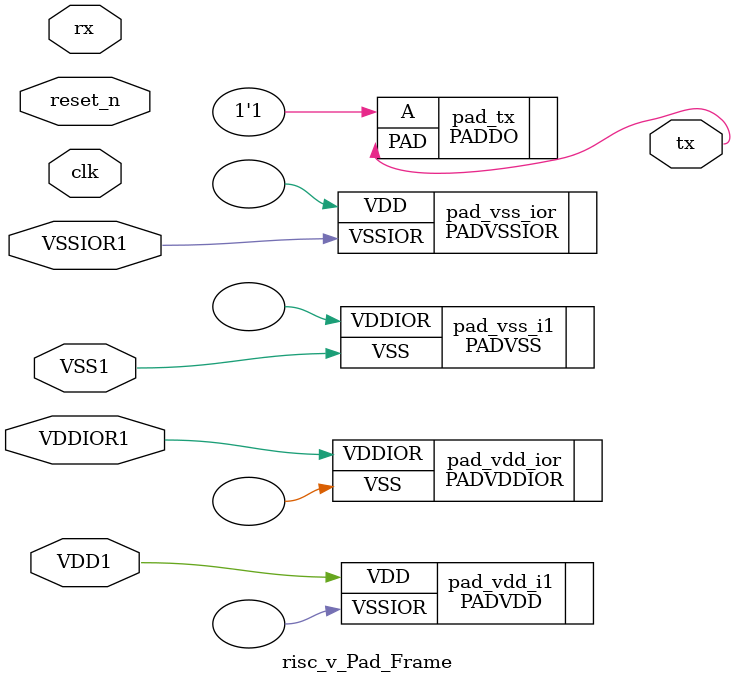
<source format=v>
/*
###############################################################
#  Generated by:      Cadence Innovus 21.12-s106_1
#  OS:                Linux x86_64(Host ID ip-172-31-46-123.us-east-2.compute.internal)
#  Generated on:      Fri Nov 10 03:32:38 2023
#  Design:            risc_v_Pad_Frame
#  Command:           saveNetlist risc_v_Pad_Frame_netlist
###############################################################
*/
module risc_v_Pad_Frame (
	VDD1, 
	VSS1, 
	VDDIOR1, 
	VSSIOR1, 
	clk, 
	reset_n, 
	rx, 
	tx);
   inout VDD1;
   inout VSS1;
   inout VDDIOR1;
   inout VSSIOR1;
   input clk;
   input reset_n;
   input rx;
   output tx;

   // Internal wires
   wire FE_DBTN0_n_3223;
   wire [205:0] risc_v_top_i_ex_mem_datapath_out;
   wire [63:0] risc_v_top_i_if_id_datapath_out;
   wire [192:0] risc_v_top_i_id_ex_datapath_out;
   wire [31:0] risc_v_top_i_pc_out;
   wire [132:0] risc_v_top_i_mem_wb_datapath_out;
   wire [31:0] \risc_v_top_i_uart_IP_module_uart_val[3] ;
   wire [7:0] risc_v_top_i_uart_IP_module_rx_data;
   wire [31:0] \risc_v_top_i_uart_IP_module_uart_val[4] ;
   wire [31:0] \risc_v_top_i_uart_IP_module_uart_val[5] ;
   wire [31:0] \risc_v_top_i_uart_IP_module_uart_val[7] ;
   wire [12:0] risc_v_top_i_uart_IP_module_UART_full_duplex_rx_uart_BR_pulse_count;
   wire [3:0] risc_v_top_i_uart_IP_module_UART_full_duplex_rx_uart_count_bits_w;
   wire [2:0] risc_v_top_i_uart_IP_module_UART_full_duplex_rx_uart_FSM_Rx_Rx_state;
   wire [8:0] risc_v_top_i_uart_IP_module_UART_full_duplex_rx_uart_Q_SR_w;
   wire [17:0] risc_v_top_i_uart_IP_module_UART_full_duplex_tx_uart_delay_5ms_cuenta;
   wire clk_w;
   wire n_9;
   wire n_10;
   wire n_12;
   wire n_13;
   wire n_14;
   wire n_15;
   wire n_16;
   wire n_17;
   wire n_18;
   wire n_19;
   wire n_20;
   wire n_21;
   wire n_23;
   wire n_24;
   wire n_25;
   wire n_28;
   wire n_29;
   wire n_30;
   wire n_31;
   wire n_32;
   wire n_33;
   wire n_34;
   wire n_35;
   wire n_36;
   wire n_37;
   wire n_38;
   wire n_39;
   wire n_40;
   wire n_115;
   wire n_188;
   wire n_192;
   wire n_1445;
   wire n_1447;
   wire n_1611;
   wire n_1612;
   wire n_1614;
   wire n_3223;
   wire n_3252;
   wire n_3253;
   wire n_3254;
   wire n_3255;
   wire n_3257;
   wire n_3258;
   wire n_3259;
   wire n_3260;
   wire n_3277;
   wire n_3278;
   wire n_3279;
   wire n_3280;
   wire n_3282;
   wire n_3283;
   wire n_3284;
   wire n_3285;
   wire n_3302;
   wire n_3303;
   wire n_3304;
   wire n_3305;
   wire n_3307;
   wire n_3308;
   wire n_3309;
   wire n_3310;
   wire n_3346;
   wire n_3347;
   wire n_3348;
   wire n_3349;
   wire n_3351;
   wire n_3352;
   wire n_3353;
   wire n_3680;
   wire n_3681;
   wire n_3700;
   wire n_3701;
   wire n_3703;
   wire n_4752;
   wire n_4948;
   wire n_4951;
   wire n_5540;
   wire n_6371;
   wire n_6373;
   wire n_8137;
   wire n_8138;
   wire n_8139;
   wire reset_n_w;
   wire risc_v_top_i_adder_pc_4_add_15_16_n_169;
   wire risc_v_top_i_adder_pc_4_add_15_16_n_171;
   wire risc_v_top_i_adder_pc_4_add_15_16_n_173;
   wire risc_v_top_i_adder_pc_4_add_15_16_n_175;
   wire risc_v_top_i_adder_pc_4_add_15_16_n_177;
   wire risc_v_top_i_adder_pc_4_add_15_16_n_179;
   wire risc_v_top_i_adder_pc_4_add_15_16_n_181;
   wire risc_v_top_i_adder_pc_4_add_15_16_n_183;
   wire risc_v_top_i_adder_pc_4_add_15_16_n_185;
   wire risc_v_top_i_adder_pc_4_add_15_16_n_187;
   wire risc_v_top_i_adder_pc_4_add_15_16_n_189;
   wire risc_v_top_i_adder_pc_4_add_15_16_n_191;
   wire risc_v_top_i_adder_pc_4_add_15_16_n_193;
   wire risc_v_top_i_adder_pc_4_add_15_16_n_195;
   wire risc_v_top_i_adder_pc_4_add_15_16_n_200;
   wire risc_v_top_i_adder_pc_4_add_15_16_n_205;
   wire risc_v_top_i_adder_pc_4_add_15_16_n_210;
   wire risc_v_top_i_adder_pc_4_add_15_16_n_215;
   wire risc_v_top_i_adder_pc_4_add_15_16_n_220;
   wire risc_v_top_i_adder_pc_4_add_15_16_n_225;
   wire risc_v_top_i_adder_pc_4_add_15_16_n_230;
   wire risc_v_top_i_adder_pc_4_add_15_16_n_235;
   wire risc_v_top_i_adder_pc_4_add_15_16_n_240;
   wire risc_v_top_i_adder_pc_4_add_15_16_n_245;
   wire risc_v_top_i_adder_pc_4_add_15_16_n_250;
   wire risc_v_top_i_adder_pc_4_add_15_16_n_255;
   wire risc_v_top_i_adder_pc_4_add_15_16_n_260;
   wire risc_v_top_i_adder_pc_4_add_15_16_n_266;
   wire risc_v_top_i_n_100;
   wire risc_v_top_i_n_13240;
   wire risc_v_top_i_n_13241;
   wire risc_v_top_i_n_13242;
   wire risc_v_top_i_n_13243;
   wire risc_v_top_i_n_13244;
   wire risc_v_top_i_n_13245;
   wire risc_v_top_i_n_13246;
   wire risc_v_top_i_n_13247;
   wire risc_v_top_i_n_13248;
   wire risc_v_top_i_n_13249;
   wire risc_v_top_i_n_13250;
   wire risc_v_top_i_n_13251;
   wire risc_v_top_i_n_13252;
   wire risc_v_top_i_n_13253;
   wire risc_v_top_i_n_13254;
   wire risc_v_top_i_n_13255;
   wire risc_v_top_i_n_13256;
   wire risc_v_top_i_n_13257;
   wire risc_v_top_i_n_13258;
   wire risc_v_top_i_n_13259;
   wire risc_v_top_i_n_13260;
   wire risc_v_top_i_n_13261;
   wire risc_v_top_i_n_13262;
   wire risc_v_top_i_n_13263;
   wire risc_v_top_i_n_13264;
   wire risc_v_top_i_n_13265;
   wire risc_v_top_i_n_13266;
   wire risc_v_top_i_n_13267;
   wire risc_v_top_i_n_83485;
   wire risc_v_top_i_n_83486;
   wire risc_v_top_i_n_83488;
   wire risc_v_top_i_n_83489;
   wire risc_v_top_i_n_83490;
   wire risc_v_top_i_n_83491;
   wire risc_v_top_i_n_83492;
   wire risc_v_top_i_n_83493;
   wire risc_v_top_i_n_83494;
   wire risc_v_top_i_n_83496;
   wire risc_v_top_i_n_83501;
   wire risc_v_top_i_n_83503;
   wire risc_v_top_i_n_83505;
   wire risc_v_top_i_n_83507;
   wire risc_v_top_i_n_83508;
   wire risc_v_top_i_n_83514;
   wire risc_v_top_i_n_83515;
   wire risc_v_top_i_n_83516;
   wire risc_v_top_i_n_83517;
   wire risc_v_top_i_n_83518;
   wire risc_v_top_i_n_83549;
   wire risc_v_top_i_n_83550;
   wire risc_v_top_i_n_83551;
   wire risc_v_top_i_n_83554;
   wire risc_v_top_i_n_83555;
   wire risc_v_top_i_n_83556;
   wire risc_v_top_i_n_83557;
   wire risc_v_top_i_n_83558;
   wire risc_v_top_i_n_83559;
   wire risc_v_top_i_n_83560;
   wire risc_v_top_i_n_83561;
   wire risc_v_top_i_n_83562;
   wire risc_v_top_i_n_83569;
   wire risc_v_top_i_n_83577;
   wire risc_v_top_i_n_83607;
   wire risc_v_top_i_n_83624;
   wire risc_v_top_i_n_83628;
   wire risc_v_top_i_n_83631;
   wire risc_v_top_i_n_83636;
   wire risc_v_top_i_n_83642;
   wire risc_v_top_i_n_83643;
   wire risc_v_top_i_n_83644;
   wire risc_v_top_i_n_83648;
   wire risc_v_top_i_n_83649;
   wire risc_v_top_i_n_83650;
   wire risc_v_top_i_n_83700;
   wire risc_v_top_i_n_83701;
   wire risc_v_top_i_n_83704;
   wire risc_v_top_i_n_83705;
   wire risc_v_top_i_n_83708;
   wire risc_v_top_i_n_83709;
   wire risc_v_top_i_n_83710;
   wire risc_v_top_i_n_83711;
   wire risc_v_top_i_n_83712;
   wire risc_v_top_i_n_83713;
   wire risc_v_top_i_n_83714;
   wire risc_v_top_i_n_83715;
   wire risc_v_top_i_n_83716;
   wire risc_v_top_i_n_83717;
   wire risc_v_top_i_n_83718;
   wire risc_v_top_i_n_83719;
   wire risc_v_top_i_n_83720;
   wire risc_v_top_i_n_83722;
   wire risc_v_top_i_n_83723;
   wire risc_v_top_i_n_83724;
   wire risc_v_top_i_n_83726;
   wire risc_v_top_i_n_83730;
   wire risc_v_top_i_n_83732;
   wire risc_v_top_i_n_83733;
   wire risc_v_top_i_n_83755;
   wire risc_v_top_i_n_83757;
   wire risc_v_top_i_n_83762;
   wire risc_v_top_i_n_83774;
   wire risc_v_top_i_n_83775;
   wire risc_v_top_i_n_83777;
   wire risc_v_top_i_n_83780;
   wire risc_v_top_i_n_83783;
   wire risc_v_top_i_n_83784;
   wire risc_v_top_i_n_83786;
   wire risc_v_top_i_n_83789;
   wire risc_v_top_i_n_83792;
   wire risc_v_top_i_n_83795;
   wire risc_v_top_i_n_83796;
   wire risc_v_top_i_n_83798;
   wire risc_v_top_i_n_83801;
   wire risc_v_top_i_n_83802;
   wire risc_v_top_i_n_83804;
   wire risc_v_top_i_n_83805;
   wire risc_v_top_i_n_83807;
   wire risc_v_top_i_n_83810;
   wire risc_v_top_i_n_83813;
   wire risc_v_top_i_n_83814;
   wire risc_v_top_i_n_83816;
   wire risc_v_top_i_n_83819;
   wire risc_v_top_i_n_83822;
   wire risc_v_top_i_n_83825;
   wire risc_v_top_i_n_83828;
   wire risc_v_top_i_n_83831;
   wire risc_v_top_i_n_83834;
   wire risc_v_top_i_n_83837;
   wire risc_v_top_i_n_83840;
   wire risc_v_top_i_n_83843;
   wire risc_v_top_i_n_83846;
   wire risc_v_top_i_n_83849;
   wire risc_v_top_i_n_83852;
   wire risc_v_top_i_n_83855;
   wire risc_v_top_i_n_83858;
   wire risc_v_top_i_n_83861;
   wire risc_v_top_i_n_83863;
   wire risc_v_top_i_n_83881;
   wire risc_v_top_i_n_83998;
   wire risc_v_top_i_n_83999;
   wire risc_v_top_i_n_84001;
   wire risc_v_top_i_n_84002;
   wire risc_v_top_i_n_84003;
   wire risc_v_top_i_n_84008;
   wire risc_v_top_i_n_84009;
   wire risc_v_top_i_n_84010;
   wire risc_v_top_i_n_84011;
   wire risc_v_top_i_n_84013;
   wire risc_v_top_i_n_84016;
   wire risc_v_top_i_n_84017;
   wire risc_v_top_i_n_84018;
   wire risc_v_top_i_n_84019;
   wire risc_v_top_i_n_84020;
   wire risc_v_top_i_n_84021;
   wire risc_v_top_i_n_84027;
   wire risc_v_top_i_n_84030;
   wire risc_v_top_i_n_84040;
   wire risc_v_top_i_n_84041;
   wire risc_v_top_i_n_84042;
   wire risc_v_top_i_n_84043;
   wire risc_v_top_i_n_85510;
   wire risc_v_top_i_n_85511;
   wire risc_v_top_i_n_85512;
   wire risc_v_top_i_n_85516;
   wire risc_v_top_i_n_85517;
   wire risc_v_top_i_n_87122;
   wire risc_v_top_i_n_87123;
   wire risc_v_top_i_n_87127;
   wire risc_v_top_i_n_87133;
   wire risc_v_top_i_n_87135;
   wire risc_v_top_i_n_87136;
   wire risc_v_top_i_n_87141;
   wire risc_v_top_i_n_87148;
   wire risc_v_top_i_n_87156;
   wire risc_v_top_i_n_87174;
   wire risc_v_top_i_n_87177;
   wire risc_v_top_i_n_87186;
   wire risc_v_top_i_uart_IP_module_UART_full_duplex_rx_uart_parity_received;
   wire risc_v_top_i_uart_IP_module_UART_full_duplex_tx_uart_inc_delay_5ms_add_32_42_n_236;
   wire risc_v_top_i_uart_IP_module_UART_full_duplex_tx_uart_inc_delay_5ms_add_32_42_n_243;
   wire risc_v_top_i_uart_IP_module_UART_full_duplex_tx_uart_inc_delay_5ms_add_32_42_n_245;
   wire risc_v_top_i_uart_IP_module_UART_full_duplex_tx_uart_inc_delay_5ms_add_32_42_n_248;
   wire risc_v_top_i_uart_IP_module_UART_full_duplex_tx_uart_inc_delay_5ms_add_32_42_n_254;
   wire risc_v_top_i_uart_IP_module_UART_full_duplex_tx_uart_inc_delay_5ms_add_32_42_n_255;
   wire risc_v_top_i_uart_IP_module_UART_full_duplex_tx_uart_inc_delay_5ms_add_32_42_n_261;
   wire risc_v_top_i_uart_IP_module_UART_full_duplex_tx_uart_inc_delay_5ms_add_32_42_n_265;
   wire risc_v_top_i_uart_IP_module_UART_full_duplex_tx_uart_inc_delay_5ms_add_32_42_n_269;
   wire risc_v_top_i_uart_IP_module_UART_full_duplex_tx_uart_inc_delay_5ms_add_32_42_n_273;
   wire risc_v_top_i_uart_IP_module_UART_full_duplex_tx_uart_inc_delay_5ms_add_32_42_n_275;
   wire risc_v_top_i_uart_IP_module_UART_full_duplex_tx_uart_inc_delay_5ms_add_32_42_n_278;
   wire risc_v_top_i_uart_IP_module_UART_full_duplex_tx_uart_n_181;
   wire risc_v_top_i_uart_IP_module_UART_full_duplex_tx_uart_n_182;
   wire risc_v_top_i_uart_IP_module_UART_full_duplex_tx_uart_n_183;
   wire risc_v_top_i_uart_IP_module_UART_full_duplex_tx_uart_n_184;
   wire risc_v_top_i_uart_IP_module_UART_full_duplex_tx_uart_n_186;
   wire risc_v_top_i_uart_IP_module_UART_full_duplex_tx_uart_n_191;
   wire risc_v_top_i_uart_IP_module_UART_full_duplex_tx_uart_n_194;
   wire risc_v_top_i_uart_IP_module_UART_full_duplex_tx_uart_n_197;
   wire risc_v_top_i_uart_IP_module_rx_flag;
   wire risc_v_top_i_uart_IP_module_uart_tx_finish;
   wire rx_w;

   PADDI pad_clk (.Y(clk_w),
	.PAD(clk));
   PADDI pad_nrst (.Y(reset_n_w),
	.PAD(reset_n));
   PADDI pad_rx (.Y(rx_w),
	.PAD(rx));
   PADDO pad_tx (.PAD(tx),
	.A(1'b1));
   PADVDD pad_vdd_i1 (.VSSIOR(),
	.VDD(VDD1));
   PADVDDIOR pad_vdd_ior (.VSS(),
	.VDDIOR(VDDIOR1));
   PADVSS pad_vss_i1 (.VSS(VSS1),
	.VDDIOR());
   PADVSSIOR pad_vss_ior (.VSSIOR(VSSIOR1),
	.VDD());
   padIORINGCORNER NE ();
   padIORINGCORNER NW ();
   padIORINGCORNER SE ();
   padIORINGCORNER SW ();
   PADVDD pad_vdd_dummy ();
   PADVDD pad_vdd_dummy2 ();
   PADVDD pad_vdd_dummy3 ();
   PADVSS pad_vss_dummy ();
   PADVSS pad_vss_dummy2 ();
   PADVSS pad_vss_dummy3 ();
   PADVDDIOR pad_vdd_ior_dummy ();
   PADVDDIOR pad_vdd_ior_dummy2 ();
   PADVDDIOR pad_vdd_ior_dummy3 ();
   PADVSSIOR pad_vss_ior_dummy ();
   PADVSSIOR pad_vss_ior_dummy2 ();
   PADVDDIOR pad_vss_ior_dummy3 ();
endmodule


</source>
